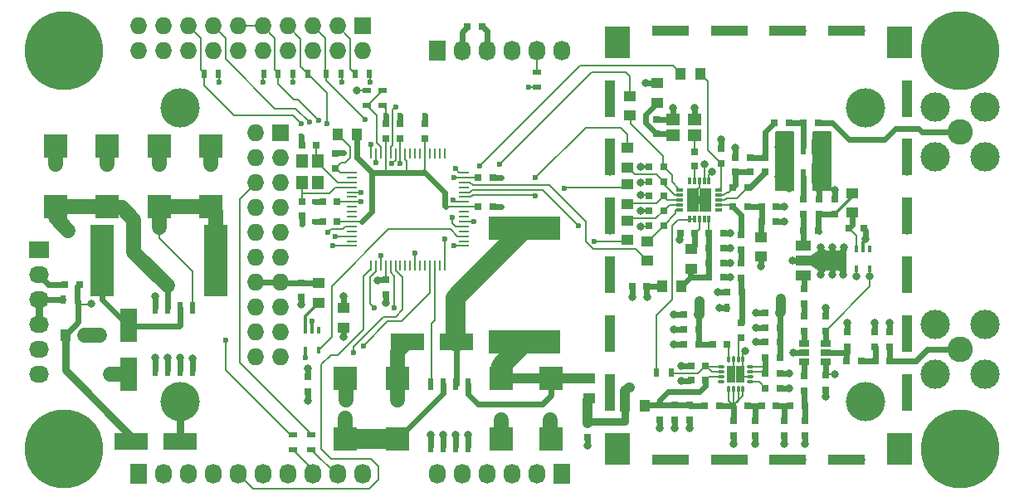
<source format=gbr>
G04 #@! TF.FileFunction,Copper,L4,Bot,Signal*
%FSLAX46Y46*%
G04 Gerber Fmt 4.6, Leading zero omitted, Abs format (unit mm)*
G04 Created by KiCad (PCBNEW 4.0.3-stable) date 09/21/16 12:07:47*
%MOMM*%
%LPD*%
G01*
G04 APERTURE LIST*
%ADD10C,0.100000*%
%ADD11R,0.750000X0.800000*%
%ADD12R,0.800000X0.750000*%
%ADD13R,2.430000X2.370000*%
%ADD14R,1.800860X3.500120*%
%ADD15R,3.500120X1.800860*%
%ADD16R,0.406400X0.660400*%
%ADD17R,0.508000X1.143000*%
%ADD18R,0.250000X1.000000*%
%ADD19R,1.000000X0.250000*%
%ADD20R,1.000000X1.500000*%
%ADD21R,1.000000X2.100000*%
%ADD22R,0.600000X1.500000*%
%ADD23R,1.060000X0.650000*%
%ADD24R,1.501140X1.000760*%
%ADD25R,2.999740X1.998980*%
%ADD26R,0.500000X0.900000*%
%ADD27R,2.032000X1.727200*%
%ADD28O,2.032000X1.727200*%
%ADD29R,1.727200X2.032000*%
%ADD30O,1.727200X2.032000*%
%ADD31C,2.600000*%
%ADD32C,3.000000*%
%ADD33R,1.727200X1.727200*%
%ADD34O,1.727200X1.727200*%
%ADD35R,2.400000X7.300000*%
%ADD36R,7.300000X2.400000*%
%ADD37R,0.900000X0.500000*%
%ADD38R,0.730000X0.300000*%
%ADD39R,0.300000X0.730000*%
%ADD40R,1.250000X1.250000*%
%ADD41O,0.300000X0.800000*%
%ADD42O,0.800000X0.300000*%
%ADD43R,0.875000X0.875000*%
%ADD44R,1.200000X1.400000*%
%ADD45R,1.400000X1.200000*%
%ADD46R,1.250000X1.000000*%
%ADD47R,1.000000X1.250000*%
%ADD48C,4.000000*%
%ADD49C,8.000000*%
%ADD50R,1.000000X3.800000*%
%ADD51R,2.550000X3.300000*%
%ADD52R,3.800000X1.000000*%
%ADD53C,0.800000*%
%ADD54C,1.400000*%
%ADD55C,0.600000*%
%ADD56C,1.000000*%
%ADD57C,0.600000*%
%ADD58C,0.800000*%
%ADD59C,0.200000*%
%ADD60C,1.500000*%
%ADD61C,0.300000*%
%ADD62C,1.000000*%
%ADD63C,2.000000*%
G04 APERTURE END LIST*
D10*
D11*
X64900000Y-130350000D03*
X64900000Y-131850000D03*
D12*
X83350000Y-104200000D03*
X81850000Y-104200000D03*
X42250000Y-130500000D03*
X40750000Y-130500000D03*
D13*
X45100000Y-116380000D03*
X45100000Y-122620000D03*
X74700000Y-140080000D03*
X74700000Y-146320000D03*
X39800000Y-116380000D03*
X39800000Y-122620000D03*
X69400000Y-140080000D03*
X69400000Y-146320000D03*
X55700000Y-116380000D03*
X55700000Y-122620000D03*
X90400000Y-146320000D03*
X90400000Y-140080000D03*
X50400000Y-116380000D03*
X50400000Y-122620000D03*
X85300000Y-146320000D03*
X85300000Y-140080000D03*
D11*
X65600000Y-139950000D03*
X65600000Y-141450000D03*
X94100000Y-144650000D03*
X94100000Y-146150000D03*
D12*
X68550000Y-124100000D03*
X67050000Y-124100000D03*
X82950000Y-122600000D03*
X84450000Y-122600000D03*
D11*
X73500000Y-115650000D03*
X73500000Y-114150000D03*
X68400000Y-118650000D03*
X68400000Y-117150000D03*
X77500000Y-115650000D03*
X77500000Y-114150000D03*
D12*
X66450000Y-116300000D03*
X64950000Y-116300000D03*
X68550000Y-122100000D03*
X67050000Y-122100000D03*
D11*
X73500000Y-130050000D03*
X73500000Y-131550000D03*
D12*
X82950000Y-119600000D03*
X84450000Y-119600000D03*
D11*
X65000000Y-122050000D03*
X65000000Y-123550000D03*
X75000000Y-115650000D03*
X75000000Y-114150000D03*
D12*
X101850000Y-124500000D03*
X100350000Y-124500000D03*
X101850000Y-123000000D03*
X100350000Y-123000000D03*
X101850000Y-121500000D03*
X100350000Y-121500000D03*
X101850000Y-120000000D03*
X100350000Y-120000000D03*
X101850000Y-118500000D03*
X100350000Y-118500000D03*
D11*
X107700000Y-118150000D03*
X107700000Y-116650000D03*
D12*
X98650000Y-130700000D03*
X100150000Y-130700000D03*
X103550000Y-125300000D03*
X105050000Y-125300000D03*
D11*
X105000000Y-118450000D03*
X105000000Y-116950000D03*
X101100000Y-115150000D03*
X101100000Y-113650000D03*
D12*
X106450000Y-129800000D03*
X107950000Y-129800000D03*
X106450000Y-128300000D03*
X107950000Y-128300000D03*
X106450000Y-126800000D03*
X107950000Y-126800000D03*
X106450000Y-125300000D03*
X107950000Y-125300000D03*
X111850000Y-124100000D03*
X113350000Y-124100000D03*
X111850000Y-122600000D03*
X113350000Y-122600000D03*
D11*
X109200000Y-119050000D03*
X109200000Y-117550000D03*
X109800000Y-125450000D03*
X109800000Y-126950000D03*
X112200000Y-119050000D03*
X112200000Y-117550000D03*
X109800000Y-135950000D03*
X109800000Y-134450000D03*
D12*
X109850000Y-131300000D03*
X108350000Y-131300000D03*
X103950000Y-133600000D03*
X105450000Y-133600000D03*
X103950000Y-135100000D03*
X105450000Y-135100000D03*
X103950000Y-136600000D03*
X105450000Y-136600000D03*
X114650000Y-114000000D03*
X113150000Y-114000000D03*
X117650000Y-114000000D03*
X116150000Y-114000000D03*
X104650000Y-138800000D03*
X106150000Y-138800000D03*
X112250000Y-139600000D03*
X113750000Y-139600000D03*
X113750000Y-136400000D03*
X112250000Y-136400000D03*
X113750000Y-134900000D03*
X112250000Y-134900000D03*
X113750000Y-133400000D03*
X112250000Y-133400000D03*
X106150000Y-140300000D03*
X104650000Y-140300000D03*
X112250000Y-141100000D03*
X113750000Y-141100000D03*
D11*
X109000000Y-144450000D03*
X109000000Y-145950000D03*
X104500000Y-142850000D03*
X104500000Y-144350000D03*
X103000000Y-142850000D03*
X103000000Y-144350000D03*
X101500000Y-142850000D03*
X101500000Y-144350000D03*
D12*
X120750000Y-124800000D03*
X122250000Y-124800000D03*
D11*
X111200000Y-144450000D03*
X111200000Y-145950000D03*
X116200000Y-139850000D03*
X116200000Y-141350000D03*
X116200000Y-133750000D03*
X116200000Y-135250000D03*
X116100000Y-121850000D03*
X116100000Y-123350000D03*
X114200000Y-144450000D03*
X114200000Y-145950000D03*
X117700000Y-123350000D03*
X117700000Y-121850000D03*
X119300000Y-123350000D03*
X119300000Y-121850000D03*
X116300000Y-144450000D03*
X116300000Y-145950000D03*
X120600000Y-136850000D03*
X120600000Y-135350000D03*
X118400000Y-139750000D03*
X118400000Y-141250000D03*
X123400000Y-136850000D03*
X123400000Y-135350000D03*
X118400000Y-135250000D03*
X118400000Y-133750000D03*
D12*
X123450000Y-138300000D03*
X124950000Y-138300000D03*
D14*
X47300000Y-139699360D03*
X47300000Y-134700640D03*
D15*
X75700640Y-136400000D03*
X80699360Y-136400000D03*
D16*
X65339600Y-135184000D03*
X66660400Y-135184000D03*
X66000000Y-135184000D03*
X66660400Y-137216000D03*
X65339600Y-137216000D03*
D17*
X49995000Y-139275000D03*
X51265000Y-139275000D03*
X52535000Y-139275000D03*
X53805000Y-139275000D03*
X53805000Y-132925000D03*
X52535000Y-132925000D03*
X51265000Y-132925000D03*
X49995000Y-132925000D03*
X78095000Y-147075000D03*
X79365000Y-147075000D03*
X80635000Y-147075000D03*
X81905000Y-147075000D03*
X81905000Y-140725000D03*
X80635000Y-140725000D03*
X79365000Y-140725000D03*
X78095000Y-140725000D03*
D18*
X72000000Y-117150000D03*
X72500000Y-117150000D03*
X73000000Y-117150000D03*
X73500000Y-117150000D03*
X74000000Y-117150000D03*
X74500000Y-117150000D03*
X75000000Y-117150000D03*
X75500000Y-117150000D03*
X76000000Y-117150000D03*
X76500000Y-117150000D03*
X77000000Y-117150000D03*
X77500000Y-117150000D03*
X78000000Y-117150000D03*
X78500000Y-117150000D03*
X79000000Y-117150000D03*
X79500000Y-117150000D03*
D19*
X81450000Y-119100000D03*
X81450000Y-119600000D03*
X81450000Y-120100000D03*
X81450000Y-120600000D03*
X81450000Y-121100000D03*
X81450000Y-121600000D03*
X81450000Y-122100000D03*
X81450000Y-122600000D03*
X81450000Y-123100000D03*
X81450000Y-123600000D03*
X81450000Y-124100000D03*
X81450000Y-124600000D03*
X81450000Y-125100000D03*
X81450000Y-125600000D03*
X81450000Y-126100000D03*
X81450000Y-126600000D03*
D18*
X79500000Y-128550000D03*
X79000000Y-128550000D03*
X78500000Y-128550000D03*
X78000000Y-128550000D03*
X77500000Y-128550000D03*
X77000000Y-128550000D03*
X76500000Y-128550000D03*
X76000000Y-128550000D03*
X75500000Y-128550000D03*
X75000000Y-128550000D03*
X74500000Y-128550000D03*
X74000000Y-128550000D03*
X73500000Y-128550000D03*
X73000000Y-128550000D03*
X72500000Y-128550000D03*
X72000000Y-128550000D03*
D19*
X70050000Y-126600000D03*
X70050000Y-126100000D03*
X70050000Y-125600000D03*
X70050000Y-125100000D03*
X70050000Y-124600000D03*
X70050000Y-124100000D03*
X70050000Y-123600000D03*
X70050000Y-123100000D03*
X70050000Y-122600000D03*
X70050000Y-122100000D03*
X70050000Y-121600000D03*
X70050000Y-121100000D03*
X70050000Y-120600000D03*
X70050000Y-120100000D03*
X70050000Y-119600000D03*
X70050000Y-119100000D03*
D16*
X121539600Y-126884000D03*
X122860400Y-126884000D03*
X122200000Y-126884000D03*
X122860400Y-128916000D03*
X121539600Y-128916000D03*
D20*
X117500000Y-116500000D03*
X114700000Y-116500000D03*
X114700000Y-119500000D03*
D21*
X117500000Y-119200000D03*
D22*
X116100000Y-116500000D03*
X116100000Y-119500000D03*
D23*
X116200000Y-138450000D03*
X116200000Y-137500000D03*
X116200000Y-136550000D03*
X118400000Y-136550000D03*
X118400000Y-138450000D03*
X118400000Y-137500000D03*
D24*
X116148340Y-129601140D03*
X116148340Y-128100000D03*
X116148340Y-126598860D03*
D25*
X119099820Y-128100000D03*
D10*
G36*
X116876050Y-127599620D02*
X117625350Y-127099240D01*
X117625350Y-129100760D01*
X116876050Y-128600380D01*
X116876050Y-127599620D01*
X116876050Y-127599620D01*
G37*
D26*
X40550000Y-132100000D03*
X42050000Y-132100000D03*
D27*
X38100000Y-127000000D03*
D28*
X38100000Y-129540000D03*
X38100000Y-132080000D03*
X38100000Y-134620000D03*
X38100000Y-137160000D03*
X38100000Y-139700000D03*
D29*
X48260000Y-149860000D03*
D30*
X50800000Y-149860000D03*
X53340000Y-149860000D03*
X55880000Y-149860000D03*
X58420000Y-149860000D03*
X60960000Y-149860000D03*
X63500000Y-149860000D03*
X66040000Y-149860000D03*
X68580000Y-149860000D03*
X71120000Y-149860000D03*
D29*
X91440000Y-149860000D03*
D30*
X88900000Y-149860000D03*
X86360000Y-149860000D03*
X83820000Y-149860000D03*
X81280000Y-149860000D03*
X78740000Y-149860000D03*
D29*
X78740000Y-106680000D03*
D30*
X81280000Y-106680000D03*
X83820000Y-106680000D03*
X86360000Y-106680000D03*
X88900000Y-106680000D03*
X91440000Y-106680000D03*
D31*
X132080000Y-137160000D03*
D32*
X134620000Y-139700000D03*
X134620000Y-134620000D03*
X129540000Y-134620000D03*
X129540000Y-139700000D03*
D31*
X132080000Y-114935000D03*
D32*
X129540000Y-117475000D03*
X134620000Y-117475000D03*
X134620000Y-112395000D03*
X129540000Y-112395000D03*
D33*
X62770000Y-115070000D03*
D34*
X60230000Y-115070000D03*
X62770000Y-117610000D03*
X60230000Y-117610000D03*
X62770000Y-120150000D03*
X60230000Y-120150000D03*
X62770000Y-122690000D03*
X60230000Y-122690000D03*
X62770000Y-125230000D03*
X60230000Y-125230000D03*
X62770000Y-127770000D03*
X60230000Y-127770000D03*
X62770000Y-130310000D03*
X60230000Y-130310000D03*
X62770000Y-132850000D03*
X60230000Y-132850000D03*
X62770000Y-135390000D03*
X60230000Y-135390000D03*
X62770000Y-137930000D03*
X60230000Y-137930000D03*
D33*
X71120000Y-104140000D03*
D34*
X71120000Y-106680000D03*
X68580000Y-104140000D03*
X68580000Y-106680000D03*
X66040000Y-104140000D03*
X66040000Y-106680000D03*
X63500000Y-104140000D03*
X63500000Y-106680000D03*
X60960000Y-104140000D03*
X60960000Y-106680000D03*
X58420000Y-104140000D03*
X58420000Y-106680000D03*
X55880000Y-104140000D03*
X55880000Y-106680000D03*
X53340000Y-104140000D03*
X53340000Y-106680000D03*
X50800000Y-104140000D03*
X50800000Y-106680000D03*
X48260000Y-104140000D03*
X48260000Y-106680000D03*
D35*
X56200000Y-128100000D03*
X44600000Y-128100000D03*
D36*
X87700000Y-136400000D03*
X87700000Y-124800000D03*
D37*
X64000000Y-147350000D03*
X64000000Y-145850000D03*
X88900000Y-110350000D03*
X88900000Y-108850000D03*
X65900000Y-145850000D03*
X65900000Y-147350000D03*
X71600000Y-110750000D03*
X71600000Y-112250000D03*
X73200000Y-110750000D03*
X73200000Y-112250000D03*
D26*
X56450000Y-109000000D03*
X54950000Y-109000000D03*
X61050000Y-109000000D03*
X62550000Y-109000000D03*
X64050000Y-109000000D03*
X65550000Y-109000000D03*
X68950000Y-109000000D03*
X67450000Y-109000000D03*
X71850000Y-109000000D03*
X70350000Y-109000000D03*
X109850000Y-132900000D03*
X108350000Y-132900000D03*
X101150000Y-139500000D03*
X102650000Y-139500000D03*
D38*
X107465000Y-120900000D03*
X107465000Y-121400000D03*
X107465000Y-121900000D03*
X107465000Y-122400000D03*
X107465000Y-122900000D03*
D39*
X106500000Y-123865000D03*
X106000000Y-123865000D03*
X105500000Y-123865000D03*
X105000000Y-123865000D03*
X104500000Y-123865000D03*
D38*
X103535000Y-122900000D03*
X103535000Y-122400000D03*
X103535000Y-121900000D03*
X103535000Y-121400000D03*
X103535000Y-120900000D03*
D39*
X104500000Y-119935000D03*
X105000000Y-119935000D03*
X105500000Y-119935000D03*
X106000000Y-119935000D03*
X106500000Y-119935000D03*
D40*
X104875000Y-122525000D03*
X104875000Y-121275000D03*
X106125000Y-122525000D03*
X106125000Y-121275000D03*
D41*
X108470000Y-138200000D03*
X108970000Y-138200000D03*
X109470000Y-138200000D03*
X109970000Y-138200000D03*
D42*
X110720000Y-138950000D03*
X110720000Y-139450000D03*
X110720000Y-139950000D03*
X110720000Y-140450000D03*
D41*
X109970000Y-141200000D03*
X109470000Y-141200000D03*
X108970000Y-141200000D03*
X108470000Y-141200000D03*
D42*
X107720000Y-140450000D03*
X107720000Y-139950000D03*
X107720000Y-139450000D03*
X107720000Y-138950000D03*
D43*
X109657500Y-140137500D03*
X108782500Y-140137500D03*
X109657500Y-139262500D03*
X108782500Y-139262500D03*
D44*
X66600000Y-117900000D03*
X66600000Y-120100000D03*
X65000000Y-117900000D03*
X65000000Y-120100000D03*
D45*
X102800000Y-113700000D03*
X105000000Y-113700000D03*
X102800000Y-115300000D03*
X105000000Y-115300000D03*
D46*
X66700000Y-132400000D03*
X66700000Y-130400000D03*
D47*
X40800000Y-135700000D03*
X42800000Y-135700000D03*
D46*
X94300000Y-140100000D03*
X94300000Y-142100000D03*
X69200000Y-132900000D03*
X69200000Y-134900000D03*
D47*
X68600000Y-115200000D03*
X70600000Y-115200000D03*
D46*
X100200000Y-128100000D03*
X100200000Y-126100000D03*
X98200000Y-126000000D03*
X98200000Y-124000000D03*
X98200000Y-120300000D03*
X98200000Y-122300000D03*
X98200000Y-116600000D03*
X98200000Y-118600000D03*
X98400000Y-111300000D03*
X98400000Y-113300000D03*
D47*
X103600000Y-109000000D03*
X105600000Y-109000000D03*
X103700000Y-130700000D03*
X101700000Y-130700000D03*
D46*
X104700000Y-126900000D03*
X104700000Y-128900000D03*
X101200000Y-112000000D03*
X101200000Y-110000000D03*
X111800000Y-125700000D03*
X111800000Y-127700000D03*
D12*
X110450000Y-122600000D03*
X108950000Y-122600000D03*
X108950000Y-120600000D03*
X110450000Y-120600000D03*
D11*
X110700000Y-119050000D03*
X110700000Y-117550000D03*
X109800000Y-128350000D03*
X109800000Y-129850000D03*
D12*
X108350000Y-136600000D03*
X106850000Y-136600000D03*
X113750000Y-138000000D03*
X112250000Y-138000000D03*
D47*
X97900000Y-142900000D03*
X99900000Y-142900000D03*
D12*
X107550000Y-142900000D03*
X106050000Y-142900000D03*
X108950000Y-142900000D03*
X110450000Y-142900000D03*
D46*
X121100000Y-123200000D03*
X121100000Y-121200000D03*
D12*
X111850000Y-142900000D03*
X113350000Y-142900000D03*
X117650000Y-125000000D03*
X116150000Y-125000000D03*
X114750000Y-142900000D03*
X116250000Y-142900000D03*
D11*
X116200000Y-130950000D03*
X116200000Y-132450000D03*
D12*
X120550000Y-138300000D03*
X122050000Y-138300000D03*
D11*
X124900000Y-136850000D03*
X124900000Y-135350000D03*
D48*
X122500000Y-142500000D03*
X52500000Y-112500000D03*
X122500000Y-112500000D03*
X52500000Y-142500000D03*
D49*
X40640000Y-147320000D03*
X132080000Y-147320000D03*
X132080000Y-106680000D03*
X40640000Y-106680000D03*
D50*
X126685000Y-141540000D03*
X126685000Y-135540000D03*
X126685000Y-129540000D03*
X126685000Y-123540000D03*
X126685000Y-117540000D03*
X126685000Y-111540000D03*
X96385000Y-141540000D03*
X96385000Y-135540000D03*
X96385000Y-129540000D03*
X96385000Y-123540000D03*
X96385000Y-117540000D03*
X96385000Y-111540000D03*
D51*
X125910000Y-147290000D03*
X125910000Y-105790000D03*
X97160000Y-147290000D03*
X97160000Y-105790000D03*
D52*
X102535000Y-104640000D03*
X108535000Y-104640000D03*
X114535000Y-104640000D03*
X120535000Y-104640000D03*
X102535000Y-148440000D03*
X108535000Y-148440000D03*
X114535000Y-148440000D03*
X120535000Y-148440000D03*
D15*
X47500640Y-146500000D03*
X52499360Y-146500000D03*
D53*
X99500000Y-121400000D03*
X99500000Y-124600000D03*
X99500000Y-120100000D03*
X103700000Y-140400000D03*
X53800000Y-138050000D03*
X52500000Y-138000000D03*
X51250000Y-138000000D03*
X50000000Y-138000000D03*
X73500000Y-132400000D03*
X65600000Y-142400000D03*
X64900000Y-132600000D03*
D54*
X45400000Y-139700000D03*
D53*
X50000000Y-131700000D03*
D54*
X55700000Y-118300000D03*
X50400000Y-118300000D03*
X45100000Y-118300000D03*
X39800000Y-118300000D03*
D55*
X66000000Y-134300000D03*
X85300000Y-122600000D03*
X85300000Y-119600000D03*
X66200000Y-124100000D03*
X66200000Y-122100000D03*
X65000000Y-124400000D03*
X64900000Y-115400000D03*
X69200000Y-117100000D03*
X77500000Y-113300000D03*
X73500000Y-113300000D03*
X75000000Y-113300000D03*
X80600000Y-118700000D03*
X73000000Y-127600000D03*
X72500000Y-118100000D03*
X71000000Y-121100000D03*
D54*
X90300000Y-144300000D03*
X85300000Y-144300000D03*
X69500000Y-142300000D03*
X74700000Y-142300000D03*
D53*
X78100000Y-145900000D03*
X79400000Y-145900000D03*
X80600000Y-145900000D03*
X81900000Y-145900000D03*
X126700000Y-107000000D03*
X126700000Y-104600000D03*
X125100000Y-104600000D03*
X122000000Y-104600000D03*
X119100000Y-104600000D03*
X116000000Y-104600000D03*
X113100000Y-104600000D03*
X110000000Y-104600000D03*
X107100000Y-104600000D03*
X104000000Y-104600000D03*
X101100000Y-104600000D03*
X98000000Y-104600000D03*
X96400000Y-104600000D03*
X96400000Y-107000000D03*
X96400000Y-110100000D03*
X96400000Y-113000000D03*
X96400000Y-116100000D03*
X96400000Y-119000000D03*
X96400000Y-122100000D03*
X96400000Y-125000000D03*
X96400000Y-128100000D03*
X96400000Y-131000000D03*
X96400000Y-137000000D03*
X96400000Y-134100000D03*
X96400000Y-140100000D03*
X96400000Y-143000000D03*
X96300000Y-146100000D03*
X96300000Y-148500000D03*
X98000000Y-148500000D03*
X101100000Y-148400000D03*
X104000000Y-148400000D03*
X107100000Y-148400000D03*
X110000000Y-148400000D03*
X113100000Y-148400000D03*
X116000000Y-148400000D03*
X119100000Y-148400000D03*
X122000000Y-148400000D03*
X125100000Y-148500000D03*
X126700000Y-148500000D03*
X126700000Y-146100000D03*
X126700000Y-143000000D03*
X126700000Y-140100000D03*
X126700000Y-137000000D03*
X126700000Y-134100000D03*
X126700000Y-131000000D03*
X126700000Y-128100000D03*
X126700000Y-125000000D03*
X126700000Y-122100000D03*
X126700000Y-119000000D03*
X126700000Y-116100000D03*
X126700000Y-113000000D03*
X126700000Y-110100000D03*
X99500000Y-118500000D03*
X99500000Y-123000000D03*
X102800000Y-112500000D03*
X105000000Y-112500000D03*
X98700000Y-131800000D03*
X107700000Y-115700000D03*
X105500000Y-121900000D03*
X104700000Y-121100000D03*
X106300000Y-121100000D03*
X106300000Y-122700000D03*
X104700000Y-122700000D03*
X107600000Y-132900000D03*
X107400000Y-131300000D03*
X109200000Y-116600000D03*
X114200000Y-124100000D03*
X114200000Y-122600000D03*
X103500000Y-126000000D03*
X108700000Y-129800000D03*
X108700000Y-128300000D03*
X108700000Y-126800000D03*
X108700000Y-125300000D03*
X94100000Y-147000000D03*
X102900000Y-133600000D03*
X102900000Y-135100000D03*
X102900000Y-136600000D03*
X111300000Y-136400000D03*
X111300000Y-134900000D03*
X111300000Y-133400000D03*
X110200000Y-137300000D03*
X108782500Y-140137500D03*
X108782500Y-139262500D03*
X109657500Y-140137500D03*
X109657500Y-139262500D03*
X114700000Y-139600000D03*
X114700000Y-141100000D03*
X103700000Y-138800000D03*
X101500000Y-145200000D03*
X103000000Y-145200000D03*
X104500000Y-145200000D03*
X109000000Y-146800000D03*
X111200000Y-146800000D03*
X114200000Y-146800000D03*
X116300000Y-146800000D03*
X118400000Y-142000000D03*
X118400000Y-132900000D03*
X122500000Y-125900000D03*
X120200000Y-129500000D03*
X120300000Y-126700000D03*
X117900000Y-129500000D03*
X117900000Y-126700000D03*
X119100000Y-129500000D03*
X119100000Y-126700000D03*
X115000000Y-128100000D03*
X113600000Y-116500000D03*
X114700000Y-115300000D03*
X117500000Y-115300000D03*
X118600000Y-116500000D03*
X113600000Y-119500000D03*
X114700000Y-120700000D03*
X118600000Y-119200000D03*
X117700000Y-120800000D03*
X119300000Y-120900000D03*
X115100000Y-137500000D03*
X124900000Y-134400000D03*
X123400000Y-134400000D03*
X120600000Y-134400000D03*
X65600000Y-139100000D03*
D54*
X50400000Y-124700000D03*
D55*
X65300000Y-138000000D03*
D53*
X69200000Y-135900000D03*
X100000000Y-110000000D03*
X111800000Y-128700000D03*
X100200000Y-131800000D03*
X121500000Y-129700000D03*
X43500000Y-132500000D03*
X70600000Y-110700000D03*
D54*
X69400000Y-144200000D03*
X44300000Y-135700000D03*
X41100000Y-125000000D03*
D56*
X113800000Y-132000000D03*
X98400000Y-141000000D03*
X105500000Y-132200000D03*
D53*
X72700000Y-130100000D03*
D55*
X56500000Y-109900000D03*
X61000000Y-109900000D03*
X64000000Y-109900000D03*
X69000000Y-109900000D03*
X71900000Y-109900000D03*
X80500000Y-119600000D03*
X75000000Y-118200000D03*
X72000000Y-116200000D03*
X71000000Y-122100000D03*
D53*
X69200000Y-131700000D03*
X119300000Y-139700000D03*
X106000000Y-118300000D03*
X106800000Y-119000000D03*
X122900000Y-129700000D03*
D55*
X74500000Y-112400000D03*
X74150000Y-118200000D03*
X94800000Y-126100000D03*
X93200000Y-124500000D03*
X88800000Y-121500000D03*
X88800000Y-119650000D03*
X80400000Y-121900000D03*
X83100000Y-118400000D03*
X91700000Y-120700000D03*
X82500000Y-124100000D03*
X80300000Y-123700000D03*
X85100000Y-118300000D03*
X57200000Y-136200000D03*
X88050000Y-110350000D03*
X80500000Y-126600000D03*
X71400000Y-113700000D03*
X79500000Y-125850000D03*
X71200000Y-136800000D03*
X76500000Y-127350000D03*
X64900000Y-114150000D03*
X70200000Y-137500000D03*
X74400000Y-132900000D03*
X72300000Y-132900000D03*
X65700000Y-113950000D03*
X68100000Y-126600000D03*
X67500000Y-114150000D03*
X68400000Y-125600000D03*
X67600000Y-125200000D03*
X66700000Y-113800000D03*
D57*
X64900000Y-130350000D02*
X64950000Y-130400000D01*
X64950000Y-130400000D02*
X66700000Y-130400000D01*
X62770000Y-130310000D02*
X62810000Y-130350000D01*
X62810000Y-130350000D02*
X64900000Y-130350000D01*
X60230000Y-130310000D02*
X62770000Y-130310000D01*
X40750000Y-130500000D02*
X39060000Y-130500000D01*
X39060000Y-130500000D02*
X38100000Y-129540000D01*
D58*
X52499360Y-146500000D02*
X52499360Y-142500640D01*
X52499360Y-142500640D02*
X52500000Y-142500000D01*
D59*
X99500000Y-121400000D02*
X100250000Y-121400000D01*
X100250000Y-121400000D02*
X100350000Y-121500000D01*
X99500000Y-124600000D02*
X100250000Y-124600000D01*
X100250000Y-124600000D02*
X100350000Y-124500000D01*
X99500000Y-120100000D02*
X100250000Y-120100000D01*
X100250000Y-120100000D02*
X100350000Y-120000000D01*
D57*
X103700000Y-140400000D02*
X104550000Y-140400000D01*
X104550000Y-140400000D02*
X104650000Y-140300000D01*
X117250700Y-128100000D02*
X119099820Y-128100000D01*
X119099820Y-128100000D02*
X116148340Y-128100000D01*
X53805000Y-139275000D02*
X53805000Y-138055000D01*
X53805000Y-138055000D02*
X53800000Y-138050000D01*
X52535000Y-139275000D02*
X52535000Y-138035000D01*
X52535000Y-138035000D02*
X52500000Y-138000000D01*
X51265000Y-139275000D02*
X51265000Y-138015000D01*
X51265000Y-138015000D02*
X51250000Y-138000000D01*
X49995000Y-139275000D02*
X49995000Y-138005000D01*
X49995000Y-138005000D02*
X50000000Y-138000000D01*
X73500000Y-131550000D02*
X73500000Y-132400000D01*
X65600000Y-141450000D02*
X65600000Y-142400000D01*
X64900000Y-131850000D02*
X64900000Y-132600000D01*
D60*
X47300000Y-139699360D02*
X45400640Y-139699360D01*
X45400640Y-139699360D02*
X45400000Y-139700000D01*
D57*
X49995000Y-132925000D02*
X49995000Y-131705000D01*
X49995000Y-131705000D02*
X50000000Y-131700000D01*
D60*
X55700000Y-116380000D02*
X55700000Y-118300000D01*
X50400000Y-116380000D02*
X50400000Y-118300000D01*
X45100000Y-116380000D02*
X45100000Y-118300000D01*
X39800000Y-116380000D02*
X39800000Y-118300000D01*
D57*
X81280000Y-106680000D02*
X81280000Y-104770000D01*
X81280000Y-104770000D02*
X81850000Y-104200000D01*
D61*
X66000000Y-135184000D02*
X66000000Y-134300000D01*
D57*
X84450000Y-122600000D02*
X85300000Y-122600000D01*
X84450000Y-119600000D02*
X85300000Y-119600000D01*
X67050000Y-124100000D02*
X66200000Y-124100000D01*
X67050000Y-122100000D02*
X66200000Y-122100000D01*
X65000000Y-123550000D02*
X65000000Y-124400000D01*
X64950000Y-116300000D02*
X64900000Y-116250000D01*
X64900000Y-116250000D02*
X64900000Y-115400000D01*
X68400000Y-117150000D02*
X68450000Y-117100000D01*
X68450000Y-117100000D02*
X69200000Y-117100000D01*
X77500000Y-114150000D02*
X77500000Y-113300000D01*
D59*
X73200000Y-112250000D02*
X73500000Y-112550000D01*
D57*
X73500000Y-113300000D02*
X73500000Y-114150000D01*
D59*
X73500000Y-112550000D02*
X73500000Y-113300000D01*
D57*
X75000000Y-114150000D02*
X75000000Y-113300000D01*
D59*
X80600000Y-118700000D02*
X81000000Y-119100000D01*
X81000000Y-119100000D02*
X81450000Y-119100000D01*
X73000000Y-128550000D02*
X73000000Y-127600000D01*
X72500000Y-117150000D02*
X72500000Y-118100000D01*
X70050000Y-121100000D02*
X71000000Y-121100000D01*
D60*
X90400000Y-146320000D02*
X90300000Y-146220000D01*
X90300000Y-146220000D02*
X90300000Y-144300000D01*
X85300000Y-146320000D02*
X85300000Y-144300000D01*
X69400000Y-140080000D02*
X69500000Y-140180000D01*
X69500000Y-140180000D02*
X69500000Y-142300000D01*
X75700640Y-136400000D02*
X74700000Y-137400640D01*
X74700000Y-137400640D02*
X74700000Y-140080000D01*
X74700000Y-140080000D02*
X74700000Y-142300000D01*
D57*
X78095000Y-147075000D02*
X78100000Y-147070000D01*
X78100000Y-147070000D02*
X78100000Y-145900000D01*
X79365000Y-147075000D02*
X79400000Y-147040000D01*
X79400000Y-147040000D02*
X79400000Y-145900000D01*
X80635000Y-147075000D02*
X80600000Y-147040000D01*
X80600000Y-147040000D02*
X80600000Y-145900000D01*
X81905000Y-147075000D02*
X81900000Y-147070000D01*
X81900000Y-147070000D02*
X81900000Y-145900000D01*
D61*
X100350000Y-118500000D02*
X99500000Y-118500000D01*
X100350000Y-123000000D02*
X99500000Y-123000000D01*
D57*
X122250000Y-124800000D02*
X122500000Y-125050000D01*
X122500000Y-125050000D02*
X122500000Y-125900000D01*
X102800000Y-113700000D02*
X102750000Y-113650000D01*
X102750000Y-113650000D02*
X101100000Y-113650000D01*
X102800000Y-113700000D02*
X102800000Y-112500000D01*
X105000000Y-113700000D02*
X105000000Y-112500000D01*
X98650000Y-130700000D02*
X98700000Y-130750000D01*
X98700000Y-130750000D02*
X98700000Y-131800000D01*
X107700000Y-116650000D02*
X107700000Y-115700000D01*
D59*
X105500000Y-119935000D02*
X105500000Y-120600000D01*
X105500000Y-120600000D02*
X105500000Y-120650000D01*
X105500000Y-120650000D02*
X104700000Y-121100000D01*
D57*
X108350000Y-132900000D02*
X107600000Y-132900000D01*
X108350000Y-131300000D02*
X107400000Y-131300000D01*
X109200000Y-117550000D02*
X109200000Y-116600000D01*
X113350000Y-124100000D02*
X114200000Y-124100000D01*
X113350000Y-122600000D02*
X114200000Y-122600000D01*
X103550000Y-125300000D02*
X103500000Y-125350000D01*
X103500000Y-125350000D02*
X103500000Y-126000000D01*
X107950000Y-129800000D02*
X108700000Y-129800000D01*
X107950000Y-128300000D02*
X108700000Y-128300000D01*
X107950000Y-126800000D02*
X108700000Y-126800000D01*
X107950000Y-125300000D02*
X108700000Y-125300000D01*
X94100000Y-146150000D02*
X94100000Y-147000000D01*
D62*
X85300000Y-146320000D02*
X85400000Y-146220000D01*
D57*
X103950000Y-133600000D02*
X102900000Y-133600000D01*
X103950000Y-135100000D02*
X102900000Y-135100000D01*
X103950000Y-136600000D02*
X102900000Y-136600000D01*
X112250000Y-136400000D02*
X111300000Y-136400000D01*
X112250000Y-134900000D02*
X111300000Y-134900000D01*
X112250000Y-133400000D02*
X111300000Y-133400000D01*
D59*
X109970000Y-138200000D02*
X109970000Y-137530000D01*
X109970000Y-137530000D02*
X110200000Y-137300000D01*
X108970000Y-139075000D02*
X108782500Y-139262500D01*
X109845000Y-139950000D02*
X109657500Y-140137500D01*
X109970000Y-138950000D02*
X109657500Y-139262500D01*
X108970000Y-138200000D02*
X108970000Y-139075000D01*
X109970000Y-138200000D02*
X109970000Y-138950000D01*
X110720000Y-139950000D02*
X109845000Y-139950000D01*
D57*
X113750000Y-139600000D02*
X114700000Y-139600000D01*
X113750000Y-141100000D02*
X114700000Y-141100000D01*
X104650000Y-138800000D02*
X103700000Y-138800000D01*
X101500000Y-144350000D02*
X101500000Y-145200000D01*
X103000000Y-144350000D02*
X103000000Y-145200000D01*
X104500000Y-144350000D02*
X104500000Y-145200000D01*
X109000000Y-145950000D02*
X109000000Y-146800000D01*
X111200000Y-145950000D02*
X111200000Y-146800000D01*
X114200000Y-145950000D02*
X114200000Y-146800000D01*
X116300000Y-145950000D02*
X116300000Y-146800000D01*
X118400000Y-141250000D02*
X118400000Y-142000000D01*
X118400000Y-133750000D02*
X118400000Y-132900000D01*
D61*
X122200000Y-126884000D02*
X122200000Y-126200000D01*
X122200000Y-126200000D02*
X122500000Y-125900000D01*
D57*
X119099820Y-128100000D02*
X119100000Y-128100000D01*
X119100000Y-128100000D02*
X120200000Y-129200000D01*
X120200000Y-129200000D02*
X120200000Y-129500000D01*
X119100000Y-128100000D02*
X120300000Y-126900000D01*
X120300000Y-126900000D02*
X120300000Y-126700000D01*
X119099820Y-128100000D02*
X119000000Y-128100000D01*
X119000000Y-128100000D02*
X117900000Y-129200000D01*
X117900000Y-129200000D02*
X117900000Y-129500000D01*
X119099820Y-128100000D02*
X119099820Y-128099820D01*
X119099820Y-128099820D02*
X117900000Y-126900000D01*
X117900000Y-126900000D02*
X117900000Y-126700000D01*
X119099820Y-128100000D02*
X119099820Y-129499820D01*
X119099820Y-129499820D02*
X119100000Y-129500000D01*
X119099820Y-128100000D02*
X119099820Y-126700180D01*
X119099820Y-126700180D02*
X119100000Y-126700000D01*
X116148340Y-128100000D02*
X115000000Y-128100000D01*
X114700000Y-116500000D02*
X113600000Y-116500000D01*
X114700000Y-116500000D02*
X114700000Y-115300000D01*
X117500000Y-116500000D02*
X117500000Y-115300000D01*
X117500000Y-116500000D02*
X118600000Y-116500000D01*
X114700000Y-119500000D02*
X113600000Y-119500000D01*
X114700000Y-119500000D02*
X114700000Y-120700000D01*
X117500000Y-119200000D02*
X118600000Y-119200000D01*
X117500000Y-119200000D02*
X117500000Y-120600000D01*
X117700000Y-120800000D02*
X117700000Y-121850000D01*
X117500000Y-120600000D02*
X117700000Y-120800000D01*
X119300000Y-121850000D02*
X119300000Y-120900000D01*
X116200000Y-137500000D02*
X115100000Y-137500000D01*
X124900000Y-135350000D02*
X124900000Y-134400000D01*
X123400000Y-135350000D02*
X123400000Y-134400000D01*
X120600000Y-135350000D02*
X120600000Y-134400000D01*
X65600000Y-139950000D02*
X65600000Y-139100000D01*
D59*
X53805000Y-132925000D02*
X53805000Y-129205000D01*
X50400000Y-125800000D02*
X50400000Y-122620000D01*
X53805000Y-129205000D02*
X50400000Y-125800000D01*
D60*
X50400000Y-122620000D02*
X50400000Y-124700000D01*
X56200000Y-128100000D02*
X56200000Y-123120000D01*
X56200000Y-123120000D02*
X55700000Y-122620000D01*
X55700000Y-122620000D02*
X50400000Y-122620000D01*
D57*
X83820000Y-106680000D02*
X83820000Y-104670000D01*
X83820000Y-104670000D02*
X83350000Y-104200000D01*
D61*
X65339600Y-137216000D02*
X65300000Y-137255600D01*
X65300000Y-137255600D02*
X65300000Y-138000000D01*
D57*
X69200000Y-134900000D02*
X69200000Y-135900000D01*
X101200000Y-110000000D02*
X100000000Y-110000000D01*
X111800000Y-127700000D02*
X111800000Y-128700000D01*
X101700000Y-130700000D02*
X100150000Y-130700000D01*
X100150000Y-130700000D02*
X100150000Y-131750000D01*
X100150000Y-131750000D02*
X100200000Y-131800000D01*
D59*
X121539600Y-128916000D02*
X121500000Y-128955600D01*
X121500000Y-128955600D02*
X121500000Y-129700000D01*
D57*
X42050000Y-132100000D02*
X42050000Y-130700000D01*
X42050000Y-130700000D02*
X42250000Y-130500000D01*
D58*
X47500640Y-146500000D02*
X47500640Y-146000640D01*
X47500640Y-146000640D02*
X40800000Y-139300000D01*
X40800000Y-139300000D02*
X40800000Y-135700000D01*
D59*
X71600000Y-110750000D02*
X70550000Y-110750000D01*
X43400000Y-132600000D02*
X42150000Y-132600000D01*
X43500000Y-132500000D02*
X43400000Y-132600000D01*
X70550000Y-110750000D02*
X70600000Y-110700000D01*
D57*
X42150000Y-133900000D02*
X42150000Y-134350000D01*
X42150000Y-134350000D02*
X40800000Y-135700000D01*
X42150000Y-133900000D02*
X42150000Y-132600000D01*
X42150000Y-132600000D02*
X42150000Y-132200000D01*
X42150000Y-132200000D02*
X42050000Y-132100000D01*
D60*
X69400000Y-146320000D02*
X69400000Y-144200000D01*
X42800000Y-135700000D02*
X44300000Y-135700000D01*
X41100000Y-125000000D02*
X39800000Y-123700000D01*
X39800000Y-123700000D02*
X39800000Y-122620000D01*
X39800000Y-122620000D02*
X45100000Y-122620000D01*
X45100000Y-122620000D02*
X45180000Y-122700000D01*
X45180000Y-122700000D02*
X46600000Y-122700000D01*
X46600000Y-122700000D02*
X47800000Y-123900000D01*
X47800000Y-123900000D02*
X47800000Y-127200000D01*
X47800000Y-127200000D02*
X51265000Y-130665000D01*
D57*
X51265000Y-130665000D02*
X51265000Y-132925000D01*
D63*
X74700000Y-146320000D02*
X69400000Y-146320000D01*
D57*
X79365000Y-140725000D02*
X79400000Y-140760000D01*
X79400000Y-140760000D02*
X79400000Y-141620000D01*
X79400000Y-141620000D02*
X74700000Y-146320000D01*
D63*
X87700000Y-136400000D02*
X85300000Y-138800000D01*
X85300000Y-138800000D02*
X85300000Y-140080000D01*
D57*
X81905000Y-140725000D02*
X81900000Y-140730000D01*
X81900000Y-140730000D02*
X81900000Y-141700000D01*
X81900000Y-141700000D02*
X82900000Y-142700000D01*
X82900000Y-142700000D02*
X89300000Y-142700000D01*
X89300000Y-142700000D02*
X89500000Y-142700000D01*
X89500000Y-142700000D02*
X90400000Y-141800000D01*
X90400000Y-141800000D02*
X90400000Y-140080000D01*
D62*
X90400000Y-140080000D02*
X85300000Y-140080000D01*
X94300000Y-140100000D02*
X94280000Y-140080000D01*
X94280000Y-140080000D02*
X90400000Y-140080000D01*
X113750000Y-133400000D02*
X113800000Y-133350000D01*
X113800000Y-133350000D02*
X113800000Y-132000000D01*
X94300000Y-142100000D02*
X94100000Y-142300000D01*
X94100000Y-142300000D02*
X94100000Y-144650000D01*
X97900000Y-141400000D02*
X97900000Y-142900000D01*
X98300000Y-141000000D02*
X97900000Y-141400000D01*
X98400000Y-141000000D02*
X98300000Y-141000000D01*
X105500000Y-132200000D02*
X105500000Y-133550000D01*
X105500000Y-133550000D02*
X105450000Y-133600000D01*
D58*
X97900000Y-142900000D02*
X97900000Y-144500000D01*
X97900000Y-144500000D02*
X94250000Y-144500000D01*
X94250000Y-144500000D02*
X94100000Y-144650000D01*
D57*
X105450000Y-135100000D02*
X105450000Y-133600000D01*
X105450000Y-136600000D02*
X105450000Y-135100000D01*
X106850000Y-136600000D02*
X105450000Y-136600000D01*
X113750000Y-134900000D02*
X113750000Y-133400000D01*
X113750000Y-138000000D02*
X113750000Y-136400000D01*
X113750000Y-136400000D02*
X113750000Y-134900000D01*
D59*
X70050000Y-124100000D02*
X71050000Y-124100000D01*
D57*
X72050000Y-123100000D02*
X72050000Y-119050000D01*
X71050000Y-124100000D02*
X72050000Y-123100000D01*
D59*
X75500000Y-117150000D02*
X75500000Y-117750000D01*
X75500000Y-117750000D02*
X75650000Y-117900000D01*
X75650000Y-117900000D02*
X75650000Y-119100000D01*
X75650000Y-119100000D02*
X73500000Y-119100000D01*
X73500000Y-119100000D02*
X73500000Y-117150000D01*
X73500000Y-117150000D02*
X73500000Y-119100000D01*
X75650000Y-117900000D02*
X75650000Y-119100000D01*
X75500000Y-117750000D02*
X75650000Y-117900000D01*
X75650000Y-119100000D02*
X75650000Y-119050000D01*
X75650000Y-119050000D02*
X75650000Y-119100000D01*
X77500000Y-117150000D02*
X77500000Y-119100000D01*
X77500000Y-119100000D02*
X77450000Y-119150000D01*
X77400000Y-119150000D02*
X77400000Y-119000000D01*
X77450000Y-119150000D02*
X77400000Y-119150000D01*
X73500000Y-119100000D02*
X73500000Y-119000000D01*
D57*
X70600000Y-115200000D02*
X70600000Y-117600000D01*
X70600000Y-117600000D02*
X72050000Y-119050000D01*
X72050000Y-119050000D02*
X72100000Y-119100000D01*
X72100000Y-119100000D02*
X75650000Y-119100000D01*
X75650000Y-119100000D02*
X77500000Y-119100000D01*
D59*
X79600000Y-122600000D02*
X81450000Y-122600000D01*
D57*
X79500000Y-122500000D02*
X79600000Y-122600000D01*
X79500000Y-121100000D02*
X79500000Y-122500000D01*
X77500000Y-119100000D02*
X77400000Y-119000000D01*
X77400000Y-119000000D02*
X79500000Y-121100000D01*
D59*
X77500000Y-117150000D02*
X77500000Y-119000000D01*
X82950000Y-122600000D02*
X81450000Y-122600000D01*
X77500000Y-115650000D02*
X77500000Y-117150000D01*
X73500000Y-119000000D02*
X73500000Y-119100000D01*
X73500000Y-119100000D02*
X73500000Y-119000000D01*
X73500000Y-115650000D02*
X73500000Y-117150000D01*
X68550000Y-124100000D02*
X70050000Y-124100000D01*
X68600000Y-115200000D02*
X69900000Y-116500000D01*
X68950000Y-118100000D02*
X68400000Y-118650000D01*
X69400000Y-118100000D02*
X68950000Y-118100000D01*
X69900000Y-117600000D02*
X69400000Y-118100000D01*
X69900000Y-116500000D02*
X69900000Y-117600000D01*
X70050000Y-119100000D02*
X69000000Y-119100000D01*
X68850000Y-119100000D02*
X68400000Y-118650000D01*
X69000000Y-119100000D02*
X68850000Y-119100000D01*
X66600000Y-117900000D02*
X66450000Y-117750000D01*
X66450000Y-117750000D02*
X66450000Y-116300000D01*
X70050000Y-120100000D02*
X68600000Y-120100000D01*
X67200000Y-118700000D02*
X67100000Y-118600000D01*
X68600000Y-120100000D02*
X67200000Y-118700000D01*
X67100000Y-118600000D02*
X67100000Y-118400000D01*
X67100000Y-118400000D02*
X66600000Y-117900000D01*
X73500000Y-128550000D02*
X73500000Y-130050000D01*
D57*
X73500000Y-130050000D02*
X72750000Y-130050000D01*
X72750000Y-130050000D02*
X72700000Y-130100000D01*
D59*
X56450000Y-109000000D02*
X56500000Y-109050000D01*
X56500000Y-109050000D02*
X56500000Y-109900000D01*
X61050000Y-109000000D02*
X61000000Y-109050000D01*
X61000000Y-109050000D02*
X61000000Y-109900000D01*
X64050000Y-109000000D02*
X64000000Y-109050000D01*
X64000000Y-109050000D02*
X64000000Y-109900000D01*
X68950000Y-109000000D02*
X69000000Y-109050000D01*
X69000000Y-109050000D02*
X69000000Y-109900000D01*
X71850000Y-109000000D02*
X71900000Y-109050000D01*
X71900000Y-109050000D02*
X71900000Y-109900000D01*
X81450000Y-119600000D02*
X80500000Y-119600000D01*
X81450000Y-119600000D02*
X82950000Y-119600000D01*
X75000000Y-115650000D02*
X75000000Y-117150000D01*
X75000000Y-117150000D02*
X75000000Y-118200000D01*
X72000000Y-117150000D02*
X72000000Y-116200000D01*
X70050000Y-122100000D02*
X71000000Y-122100000D01*
X68550000Y-122100000D02*
X70050000Y-122100000D01*
D57*
X69200000Y-132900000D02*
X69200000Y-131700000D01*
D59*
X70050000Y-120600000D02*
X68400000Y-120600000D01*
X65300000Y-121200000D02*
X65000000Y-121200000D01*
X67800000Y-121200000D02*
X65300000Y-121200000D01*
X68400000Y-120600000D02*
X67800000Y-121200000D01*
X65000000Y-120100000D02*
X65000000Y-121200000D01*
X65000000Y-121200000D02*
X65000000Y-122050000D01*
X101850000Y-124500000D02*
X100250000Y-126100000D01*
X100250000Y-126100000D02*
X100200000Y-126100000D01*
X103535000Y-122900000D02*
X103100000Y-122900000D01*
X103100000Y-123250000D02*
X101850000Y-124500000D01*
X103100000Y-122900000D02*
X103100000Y-123250000D01*
X101850000Y-123000000D02*
X101050000Y-123800000D01*
X101050000Y-123800000D02*
X98400000Y-123800000D01*
X98400000Y-123800000D02*
X98200000Y-124000000D01*
X103535000Y-122400000D02*
X102600000Y-122400000D01*
X102450000Y-122400000D02*
X101850000Y-123000000D01*
X102600000Y-122400000D02*
X102450000Y-122400000D01*
X101850000Y-121500000D02*
X101200000Y-122150000D01*
X101150000Y-122200000D02*
X98300000Y-122200000D01*
X101200000Y-122150000D02*
X101150000Y-122200000D01*
X98300000Y-122200000D02*
X98200000Y-122300000D01*
X103535000Y-121900000D02*
X102800000Y-121900000D01*
X102250000Y-121900000D02*
X101850000Y-121500000D01*
X102800000Y-121900000D02*
X102250000Y-121900000D01*
X101850000Y-120000000D02*
X101150000Y-119300000D01*
X98900000Y-119300000D02*
X98200000Y-118600000D01*
X101150000Y-119300000D02*
X98900000Y-119300000D01*
X103535000Y-121400000D02*
X103000000Y-121400000D01*
X102000000Y-120400000D02*
X102000000Y-120150000D01*
X102200000Y-120600000D02*
X102000000Y-120400000D01*
X103000000Y-121400000D02*
X102200000Y-120600000D01*
X102000000Y-120150000D02*
X101850000Y-120000000D01*
X101850000Y-118500000D02*
X101800000Y-118450000D01*
X101800000Y-118450000D02*
X101800000Y-117400000D01*
X98500000Y-114100000D02*
X98500000Y-113400000D01*
X101800000Y-117400000D02*
X98500000Y-114100000D01*
X98500000Y-113400000D02*
X98400000Y-113300000D01*
X103535000Y-120900000D02*
X102700000Y-120065000D01*
X102700000Y-119350000D02*
X101850000Y-118500000D01*
X102700000Y-120065000D02*
X102700000Y-119350000D01*
X107700000Y-118150000D02*
X106400000Y-116850000D01*
X106400000Y-109800000D02*
X105600000Y-109000000D01*
X106400000Y-116850000D02*
X106400000Y-109800000D01*
X107465000Y-120900000D02*
X107700000Y-120665000D01*
X107700000Y-120665000D02*
X107700000Y-118150000D01*
D57*
X105050000Y-125300000D02*
X105000000Y-125350000D01*
X105000000Y-125350000D02*
X105000000Y-126600000D01*
X105000000Y-126600000D02*
X104700000Y-126900000D01*
D59*
X105500000Y-123865000D02*
X105500000Y-124600000D01*
X105500000Y-124850000D02*
X105050000Y-125300000D01*
X105500000Y-124600000D02*
X105500000Y-124850000D01*
X105000000Y-119935000D02*
X105000000Y-118450000D01*
X105000000Y-116950000D02*
X105000000Y-115300000D01*
D57*
X101100000Y-115150000D02*
X100000000Y-114050000D01*
X100000000Y-113200000D02*
X101200000Y-112000000D01*
X100000000Y-114050000D02*
X100000000Y-113200000D01*
X102800000Y-115300000D02*
X102650000Y-115150000D01*
X102650000Y-115150000D02*
X101100000Y-115150000D01*
X104700000Y-128900000D02*
X104600000Y-129000000D01*
X104600000Y-129000000D02*
X104600000Y-129800000D01*
X103700000Y-130700000D02*
X104600000Y-129800000D01*
X104600000Y-129800000D02*
X106450000Y-129800000D01*
X106450000Y-129800000D02*
X106450000Y-128300000D01*
X106450000Y-126800000D02*
X106450000Y-128300000D01*
X106450000Y-125300000D02*
X106450000Y-126800000D01*
D59*
X106500000Y-123865000D02*
X106500000Y-124500000D01*
X106500000Y-124500000D02*
X106500000Y-125250000D01*
X106500000Y-125250000D02*
X106450000Y-125300000D01*
D57*
X111850000Y-124100000D02*
X111800000Y-124150000D01*
X111800000Y-124150000D02*
X111800000Y-125700000D01*
X111850000Y-122600000D02*
X111850000Y-124100000D01*
X110450000Y-122600000D02*
X111850000Y-122600000D01*
X109200000Y-119050000D02*
X110700000Y-119050000D01*
X108950000Y-120600000D02*
X109200000Y-120350000D01*
X109200000Y-120350000D02*
X109200000Y-119050000D01*
D59*
X107465000Y-121400000D02*
X108000000Y-121400000D01*
X108450000Y-121100000D02*
X108950000Y-120600000D01*
X108300000Y-121100000D02*
X108450000Y-121100000D01*
X108000000Y-121400000D02*
X108300000Y-121100000D01*
D57*
X109800000Y-125450000D02*
X109800000Y-123900000D01*
X109800000Y-123450000D02*
X108950000Y-122600000D01*
X109800000Y-123900000D02*
X109800000Y-123450000D01*
D59*
X107465000Y-122400000D02*
X108100000Y-122400000D01*
X108100000Y-122400000D02*
X108750000Y-122400000D01*
X108750000Y-122400000D02*
X108950000Y-122600000D01*
D57*
X109800000Y-128350000D02*
X109800000Y-126950000D01*
X112200000Y-119050000D02*
X110650000Y-120600000D01*
X110650000Y-120600000D02*
X110450000Y-120600000D01*
D59*
X107465000Y-121900000D02*
X108100000Y-121900000D01*
X109350000Y-121700000D02*
X110450000Y-120600000D01*
X108300000Y-121700000D02*
X109350000Y-121700000D01*
X108100000Y-121900000D02*
X108300000Y-121700000D01*
D57*
X112200000Y-117550000D02*
X112200000Y-115000000D01*
X112200000Y-114950000D02*
X113150000Y-114000000D01*
X112200000Y-115000000D02*
X112200000Y-114950000D01*
X110700000Y-117550000D02*
X112200000Y-117550000D01*
D59*
X109470000Y-138200000D02*
X109470000Y-136280000D01*
X109470000Y-136280000D02*
X109800000Y-135950000D01*
D57*
X109850000Y-131300000D02*
X109800000Y-131250000D01*
X109800000Y-131250000D02*
X109800000Y-129850000D01*
X109850000Y-132900000D02*
X109850000Y-131300000D01*
X109800000Y-134450000D02*
X109850000Y-134400000D01*
X109850000Y-134400000D02*
X109850000Y-132900000D01*
X116150000Y-114000000D02*
X114650000Y-114000000D01*
X116100000Y-116500000D02*
X116100000Y-114050000D01*
X116100000Y-114050000D02*
X116150000Y-114000000D01*
X117650000Y-114000000D02*
X119100000Y-114000000D01*
X128235000Y-114935000D02*
X132080000Y-114935000D01*
X127900000Y-114600000D02*
X128235000Y-114935000D01*
X125500000Y-114600000D02*
X127900000Y-114600000D01*
X124400000Y-115700000D02*
X125500000Y-114600000D01*
X120800000Y-115700000D02*
X124400000Y-115700000D01*
X119100000Y-114000000D02*
X120800000Y-115700000D01*
D59*
X106150000Y-138800000D02*
X105350000Y-139600000D01*
X105350000Y-139600000D02*
X102750000Y-139600000D01*
X102750000Y-139600000D02*
X102650000Y-139500000D01*
X107720000Y-138950000D02*
X106300000Y-138950000D01*
X106300000Y-138950000D02*
X106150000Y-138800000D01*
X107720000Y-139450000D02*
X106800000Y-139450000D01*
X106800000Y-139450000D02*
X106150000Y-138800000D01*
X110720000Y-138950000D02*
X112250000Y-138950000D01*
X112200000Y-139000000D02*
X112250000Y-139000000D01*
X112250000Y-138950000D02*
X112200000Y-139000000D01*
X110720000Y-139450000D02*
X112100000Y-139450000D01*
X112100000Y-139450000D02*
X112250000Y-139600000D01*
D57*
X112250000Y-138000000D02*
X112250000Y-139000000D01*
X112250000Y-139000000D02*
X112250000Y-139600000D01*
X106150000Y-140300000D02*
X106150000Y-140850000D01*
X101500000Y-142300000D02*
X101500000Y-142850000D01*
X102300000Y-141500000D02*
X101500000Y-142300000D01*
X105500000Y-141500000D02*
X102300000Y-141500000D01*
X106150000Y-140850000D02*
X105500000Y-141500000D01*
X101500000Y-142850000D02*
X99950000Y-142850000D01*
X99950000Y-142850000D02*
X99900000Y-142900000D01*
X103000000Y-142850000D02*
X101500000Y-142850000D01*
X104500000Y-142850000D02*
X103000000Y-142850000D01*
X106050000Y-142900000D02*
X104550000Y-142900000D01*
X104550000Y-142900000D02*
X104500000Y-142850000D01*
D59*
X107720000Y-139950000D02*
X106500000Y-139950000D01*
X106500000Y-139950000D02*
X106150000Y-140300000D01*
X110720000Y-140450000D02*
X111600000Y-140450000D01*
X111600000Y-140450000D02*
X112250000Y-141100000D01*
X109970000Y-141200000D02*
X109970000Y-141880000D01*
X109970000Y-141880000D02*
X108950000Y-142900000D01*
X109470000Y-141200000D02*
X109470000Y-142380000D01*
X109470000Y-142380000D02*
X108950000Y-142900000D01*
X108970000Y-141200000D02*
X108970000Y-142880000D01*
X108970000Y-142880000D02*
X108950000Y-142900000D01*
X108470000Y-141200000D02*
X108470000Y-142420000D01*
X108470000Y-142420000D02*
X108950000Y-142900000D01*
D57*
X108950000Y-142900000D02*
X107550000Y-142900000D01*
X109000000Y-144450000D02*
X109000000Y-142950000D01*
X109000000Y-142950000D02*
X108950000Y-142900000D01*
X120750000Y-124800000D02*
X121100000Y-124450000D01*
X121100000Y-124450000D02*
X121100000Y-123200000D01*
D59*
X121539600Y-126884000D02*
X121500000Y-126844400D01*
X121500000Y-126844400D02*
X121500000Y-125550000D01*
X121500000Y-125550000D02*
X120750000Y-124800000D01*
D57*
X111200000Y-144450000D02*
X111200000Y-142900000D01*
X111200000Y-142900000D02*
X110450000Y-142900000D01*
X111850000Y-142900000D02*
X110450000Y-142900000D01*
X116200000Y-138450000D02*
X116200000Y-139850000D01*
X116250000Y-142900000D02*
X116250000Y-144400000D01*
X116250000Y-144400000D02*
X116300000Y-144450000D01*
X116200000Y-141350000D02*
X116200000Y-142850000D01*
X116200000Y-142850000D02*
X116250000Y-142900000D01*
X116200000Y-133750000D02*
X116200000Y-132450000D01*
X116200000Y-136550000D02*
X116200000Y-135250000D01*
X116100000Y-121850000D02*
X116100000Y-119500000D01*
X116150000Y-125000000D02*
X116150000Y-123400000D01*
X116150000Y-123400000D02*
X116100000Y-123350000D01*
X116148340Y-126598860D02*
X116148340Y-125001660D01*
X116148340Y-125001660D02*
X116150000Y-125000000D01*
X114200000Y-144450000D02*
X114200000Y-142900000D01*
X114200000Y-142900000D02*
X114750000Y-142900000D01*
X114750000Y-142900000D02*
X113350000Y-142900000D01*
X114750000Y-142900000D02*
X113350000Y-142900000D01*
D61*
X119300000Y-123350000D02*
X121100000Y-121550000D01*
X121100000Y-121550000D02*
X121100000Y-121200000D01*
D57*
X117700000Y-123350000D02*
X119300000Y-123350000D01*
X117650000Y-125000000D02*
X117650000Y-123400000D01*
X117650000Y-123400000D02*
X117700000Y-123350000D01*
X117750000Y-125100000D02*
X117650000Y-125000000D01*
X118400000Y-137500000D02*
X120200000Y-137500000D01*
X120600000Y-137450000D02*
X120600000Y-136850000D01*
X120550000Y-137500000D02*
X120600000Y-137450000D01*
X120200000Y-137500000D02*
X120550000Y-137500000D01*
X120550000Y-138300000D02*
X120550000Y-136900000D01*
X120550000Y-136900000D02*
X120600000Y-136850000D01*
D59*
X106000000Y-119935000D02*
X106000000Y-118300000D01*
X119300000Y-139700000D02*
X118450000Y-139700000D01*
X118450000Y-139700000D02*
X118400000Y-139750000D01*
D57*
X118400000Y-138450000D02*
X118400000Y-139750000D01*
X123450000Y-138300000D02*
X122050000Y-138300000D01*
X123450000Y-138300000D02*
X123450000Y-136900000D01*
X123450000Y-136900000D02*
X123400000Y-136850000D01*
D59*
X118400000Y-135250000D02*
X122900000Y-130750000D01*
X122900000Y-130750000D02*
X122900000Y-129700000D01*
X106500000Y-119935000D02*
X106500000Y-119300000D01*
X106500000Y-119300000D02*
X106800000Y-119000000D01*
X122900000Y-129700000D02*
X122900000Y-128955600D01*
X122900000Y-128955600D02*
X122860400Y-128916000D01*
D57*
X118400000Y-136550000D02*
X118400000Y-135250000D01*
X124950000Y-138300000D02*
X124950000Y-136900000D01*
X124950000Y-136900000D02*
X124900000Y-136850000D01*
X132080000Y-137160000D02*
X128740000Y-137160000D01*
X127600000Y-138300000D02*
X124950000Y-138300000D01*
X128740000Y-137160000D02*
X127600000Y-138300000D01*
X52535000Y-132925000D02*
X52535000Y-134665000D01*
X44600000Y-132100000D02*
X44600000Y-128100000D01*
X47300000Y-134800000D02*
X44600000Y-132100000D01*
X52400000Y-134800000D02*
X47300000Y-134800000D01*
X52535000Y-134665000D02*
X52400000Y-134800000D01*
D63*
X80699360Y-136400000D02*
X80600000Y-136300640D01*
X80600000Y-136300640D02*
X80600000Y-131900000D01*
X80600000Y-131900000D02*
X87700000Y-124800000D01*
D57*
X80635000Y-140725000D02*
X80699360Y-140660640D01*
X80699360Y-140660640D02*
X80699360Y-136400000D01*
D61*
X66700000Y-132400000D02*
X65339600Y-133760400D01*
X65339600Y-133760400D02*
X65339600Y-135184000D01*
D59*
X80100000Y-124900000D02*
X73800000Y-124900000D01*
X80800000Y-125600000D02*
X80100000Y-124900000D01*
X68000000Y-130700000D02*
X68000000Y-135876400D01*
X66660400Y-137216000D02*
X68000000Y-135876400D01*
X80800000Y-125600000D02*
X81450000Y-125600000D01*
X73800000Y-124900000D02*
X68000000Y-130700000D01*
X78500000Y-128550000D02*
X78500000Y-132600000D01*
X78200000Y-134500000D02*
X78200000Y-140620000D01*
X78500000Y-134200000D02*
X78200000Y-134500000D01*
X78500000Y-132600000D02*
X78500000Y-134200000D01*
X78200000Y-140620000D02*
X78095000Y-140725000D01*
X73000000Y-117150000D02*
X73000000Y-116500000D01*
X72600000Y-113250000D02*
X71600000Y-112250000D01*
X72600000Y-116100000D02*
X72600000Y-113250000D01*
X73000000Y-116500000D02*
X72600000Y-116100000D01*
X71600000Y-112250000D02*
X71700000Y-112250000D01*
X71700000Y-112250000D02*
X73200000Y-110750000D01*
X74000000Y-116500000D02*
X74000000Y-117150000D01*
X74200000Y-116300000D02*
X74000000Y-116500000D01*
X74200000Y-112700000D02*
X74200000Y-116300000D01*
X74500000Y-112400000D02*
X74200000Y-112700000D01*
X74500000Y-117150000D02*
X74500000Y-117800000D01*
X74500000Y-117800000D02*
X74150000Y-118200000D01*
X81450000Y-120100000D02*
X82100000Y-120100000D01*
X99000000Y-126900000D02*
X100200000Y-128100000D01*
X94700000Y-126900000D02*
X99000000Y-126900000D01*
X94500000Y-126700000D02*
X94700000Y-126900000D01*
X93900000Y-126100000D02*
X94500000Y-126700000D01*
X93900000Y-124100000D02*
X93900000Y-126100000D01*
X90200000Y-120400000D02*
X93900000Y-124100000D01*
X82400000Y-120400000D02*
X90200000Y-120400000D01*
X82100000Y-120100000D02*
X82400000Y-120400000D01*
X98100000Y-126100000D02*
X94800000Y-126100000D01*
X93200000Y-124500000D02*
X89900000Y-121200000D01*
X89550000Y-120850000D02*
X89900000Y-121200000D01*
X82350000Y-120850000D02*
X89550000Y-120850000D01*
X82100000Y-121100000D02*
X82350000Y-120850000D01*
X82100000Y-121100000D02*
X81450000Y-121100000D01*
X98100000Y-126100000D02*
X98200000Y-126000000D01*
X98200000Y-126000000D02*
X97900000Y-126300000D01*
X94000000Y-114500000D02*
X93950000Y-114500000D01*
X82000000Y-121600000D02*
X82200000Y-121600000D01*
X82200000Y-121600000D02*
X82400000Y-121400000D01*
X82400000Y-121400000D02*
X88700000Y-121400000D01*
X88700000Y-121400000D02*
X88800000Y-121500000D01*
X94000000Y-114500000D02*
X97500000Y-114500000D01*
X97500000Y-114500000D02*
X98200000Y-115200000D01*
X98200000Y-116600000D02*
X98200000Y-115200000D01*
X82000000Y-121600000D02*
X81450000Y-121600000D01*
X93950000Y-114500000D02*
X88800000Y-119650000D01*
X81450000Y-122100000D02*
X80600000Y-122100000D01*
X80600000Y-122100000D02*
X80400000Y-121900000D01*
X83100000Y-118400000D02*
X93300000Y-108200000D01*
X80500000Y-122000000D02*
X80400000Y-121900000D01*
X103600000Y-109000000D02*
X102800000Y-108200000D01*
X102800000Y-108200000D02*
X94800000Y-108200000D01*
X93300000Y-108200000D02*
X94800000Y-108200000D01*
X81450000Y-124100000D02*
X82500000Y-124100000D01*
X91700000Y-120600000D02*
X97900000Y-120600000D01*
X91700000Y-120700000D02*
X91700000Y-120600000D01*
X97900000Y-120600000D02*
X98200000Y-120300000D01*
X94500000Y-108900000D02*
X85100000Y-118300000D01*
X98400000Y-109300000D02*
X98000000Y-108900000D01*
X98000000Y-108900000D02*
X94500000Y-108900000D01*
X98400000Y-111300000D02*
X98400000Y-109300000D01*
X80600000Y-124600000D02*
X81450000Y-124600000D01*
X80300000Y-124300000D02*
X80600000Y-124600000D01*
X80300000Y-123700000D02*
X80300000Y-124300000D01*
X64000000Y-145850000D02*
X63800000Y-145850000D01*
X63800000Y-145850000D02*
X57200000Y-139250000D01*
X57200000Y-139250000D02*
X57200000Y-136200000D01*
X88900000Y-110350000D02*
X88050000Y-110350000D01*
X80500000Y-126600000D02*
X81450000Y-126600000D01*
X67450000Y-109750000D02*
X71400000Y-113700000D01*
X67450000Y-109750000D02*
X67450000Y-109000000D01*
X79500000Y-128550000D02*
X79500000Y-125850000D01*
X79500000Y-125850000D02*
X79400000Y-125950000D01*
X66040000Y-104140000D02*
X67300000Y-105400000D01*
X67300000Y-105400000D02*
X67300000Y-108850000D01*
X67300000Y-108850000D02*
X67450000Y-109000000D01*
X71200000Y-136800000D02*
X73700000Y-134300000D01*
X78000000Y-128550000D02*
X78000000Y-131400000D01*
X75100000Y-134300000D02*
X73700000Y-134300000D01*
X78000000Y-131400000D02*
X75100000Y-134300000D01*
X76500000Y-128550000D02*
X76500000Y-127350000D01*
X54950000Y-109000000D02*
X54950000Y-110200000D01*
X64850000Y-114150000D02*
X64900000Y-114150000D01*
X64000000Y-113300000D02*
X64850000Y-114150000D01*
X58050000Y-113300000D02*
X64000000Y-113300000D01*
X54950000Y-110200000D02*
X58050000Y-113300000D01*
X53340000Y-104140000D02*
X54600000Y-105400000D01*
X54600000Y-108650000D02*
X54950000Y-109000000D01*
X54600000Y-105400000D02*
X54600000Y-108650000D01*
X71800000Y-135300000D02*
X70200000Y-136900000D01*
X74500000Y-129100000D02*
X75200000Y-129800000D01*
X75200000Y-129800000D02*
X75200000Y-133100000D01*
X75200000Y-133100000D02*
X74500000Y-133800000D01*
X74500000Y-133800000D02*
X73300000Y-133800000D01*
X73300000Y-133800000D02*
X71800000Y-135300000D01*
X74500000Y-128550000D02*
X74500000Y-129100000D01*
X70200000Y-136900000D02*
X70200000Y-137500000D01*
X74000000Y-128550000D02*
X74000000Y-129300000D01*
X74400000Y-129700000D02*
X74400000Y-132900000D01*
X74000000Y-129300000D02*
X74400000Y-129700000D01*
X72300000Y-132900000D02*
X71900000Y-132500000D01*
X71900000Y-132500000D02*
X71900000Y-129800000D01*
X71900000Y-129800000D02*
X72500000Y-129200000D01*
X72500000Y-129200000D02*
X72500000Y-128550000D01*
X72000000Y-128550000D02*
X72000000Y-128900000D01*
X72000000Y-128900000D02*
X71200000Y-129700000D01*
X71200000Y-129700000D02*
X71200000Y-135100000D01*
X71200000Y-135100000D02*
X68600000Y-137700000D01*
X68600000Y-137700000D02*
X67900000Y-137700000D01*
X67900000Y-137700000D02*
X66900000Y-138700000D01*
X66900000Y-138700000D02*
X66900000Y-147300000D01*
X66900000Y-147300000D02*
X67900000Y-148300000D01*
X67900000Y-148300000D02*
X72000000Y-148300000D01*
X72000000Y-148300000D02*
X72800000Y-149100000D01*
X72800000Y-149100000D02*
X72800000Y-150400000D01*
X72800000Y-150400000D02*
X71800000Y-151400000D01*
X71800000Y-151400000D02*
X59960000Y-151400000D01*
X59960000Y-151400000D02*
X58420000Y-149860000D01*
X70050000Y-126600000D02*
X68050000Y-126600000D01*
X57150000Y-105410000D02*
X55880000Y-104140000D01*
X57150000Y-107550000D02*
X57150000Y-105410000D01*
X62150000Y-112550000D02*
X57150000Y-107550000D01*
X64300000Y-112550000D02*
X62150000Y-112550000D01*
X65700000Y-113950000D02*
X64300000Y-112550000D01*
X68050000Y-126600000D02*
X68100000Y-126600000D01*
X67500000Y-114150000D02*
X67500000Y-110950000D01*
X67500000Y-110950000D02*
X67000000Y-110450000D01*
X65550000Y-109000000D02*
X67000000Y-110450000D01*
X70050000Y-125600000D02*
X68400000Y-125600000D01*
X63500000Y-104140000D02*
X64800000Y-105440000D01*
X64800000Y-108250000D02*
X65550000Y-109000000D01*
X64800000Y-105440000D02*
X64800000Y-108250000D01*
X62550000Y-109000000D02*
X62550000Y-110050000D01*
X69400000Y-124600000D02*
X70050000Y-124600000D01*
X69150000Y-124850000D02*
X69400000Y-124600000D01*
X67950000Y-124850000D02*
X69150000Y-124850000D01*
X67600000Y-125200000D02*
X67950000Y-124850000D01*
X64550000Y-111650000D02*
X66700000Y-113800000D01*
X64150000Y-111650000D02*
X64550000Y-111650000D01*
X62550000Y-110050000D02*
X64150000Y-111650000D01*
X58420000Y-104140000D02*
X60960000Y-104140000D01*
X60960000Y-104140000D02*
X60960000Y-104160000D01*
X60960000Y-104160000D02*
X62200000Y-105400000D01*
X62200000Y-105400000D02*
X62200000Y-108650000D01*
X62200000Y-108650000D02*
X62550000Y-109000000D01*
X102700000Y-129600000D02*
X102700000Y-132100000D01*
X103300000Y-123900000D02*
X102700000Y-124500000D01*
X102700000Y-124500000D02*
X102700000Y-129000000D01*
X102700000Y-129000000D02*
X102700000Y-129600000D01*
X104465000Y-123900000D02*
X103300000Y-123900000D01*
X101100000Y-133700000D02*
X101100000Y-139450000D01*
X101500000Y-133300000D02*
X101100000Y-133700000D01*
X102700000Y-132100000D02*
X101500000Y-133300000D01*
X101100000Y-139450000D02*
X101150000Y-139500000D01*
X104500000Y-123865000D02*
X104465000Y-123900000D01*
X105000000Y-123865000D02*
X104500000Y-123865000D01*
X108470000Y-138200000D02*
X108470000Y-136620000D01*
X108470000Y-136620000D02*
X108450000Y-136600000D01*
D57*
X116200000Y-130950000D02*
X116200000Y-129652800D01*
X116200000Y-129652800D02*
X116148340Y-129601140D01*
D58*
X38100000Y-134620000D02*
X38100000Y-132080000D01*
D57*
X38100000Y-132080000D02*
X38120000Y-132100000D01*
X38120000Y-132100000D02*
X40550000Y-132100000D01*
D59*
X66040000Y-149860000D02*
X66040000Y-149390000D01*
X66040000Y-149390000D02*
X64000000Y-147350000D01*
X68580000Y-149860000D02*
X68410000Y-149860000D01*
X68410000Y-149860000D02*
X65900000Y-147350000D01*
X88900000Y-106680000D02*
X88900000Y-108850000D01*
X60230000Y-120150000D02*
X60230000Y-120170000D01*
X60230000Y-120170000D02*
X58600000Y-121800000D01*
X58600000Y-121800000D02*
X58600000Y-138500000D01*
X58600000Y-138500000D02*
X65900000Y-145800000D01*
X65900000Y-145800000D02*
X65900000Y-145850000D01*
X68580000Y-104140000D02*
X69900000Y-105460000D01*
X69900000Y-108550000D02*
X70350000Y-109000000D01*
X69900000Y-105460000D02*
X69900000Y-108550000D01*
G36*
X118900000Y-120900000D02*
X117100000Y-120900000D01*
X117100000Y-115000000D01*
X118900000Y-115000000D01*
X118900000Y-120900000D01*
X118900000Y-120900000D01*
G37*
X118900000Y-120900000D02*
X117100000Y-120900000D01*
X117100000Y-115000000D01*
X118900000Y-115000000D01*
X118900000Y-120900000D01*
G36*
X115100000Y-120900000D02*
X113300000Y-120900000D01*
X113300000Y-115000000D01*
X115100000Y-115000000D01*
X115100000Y-120900000D01*
X115100000Y-120900000D01*
G37*
X115100000Y-120900000D02*
X113300000Y-120900000D01*
X113300000Y-115000000D01*
X115100000Y-115000000D01*
X115100000Y-120900000D01*
M02*

</source>
